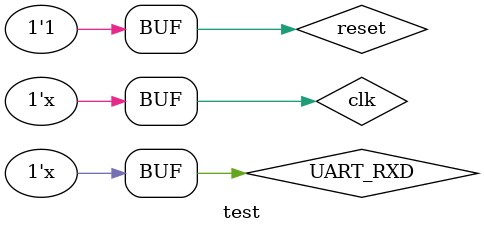
<source format=v>
`timescale 1ns/1ns;

module test;
  reg clk,reset,UART_RXD;
  wire UART_TXD;
  top tp(.clk(clk),.reset(reset),.UART_RXD(UART_RXD),.UART_TXD(UART_TXD));

  initial begin
    clk<=0;
    reset<=0;
    #100 reset<=1;
    UART_RXD<=1;
  end
  always #10 clk<=~clk;

  always #104160 UART_RXD<=~UART_RXD;

endmodule // test
</source>
